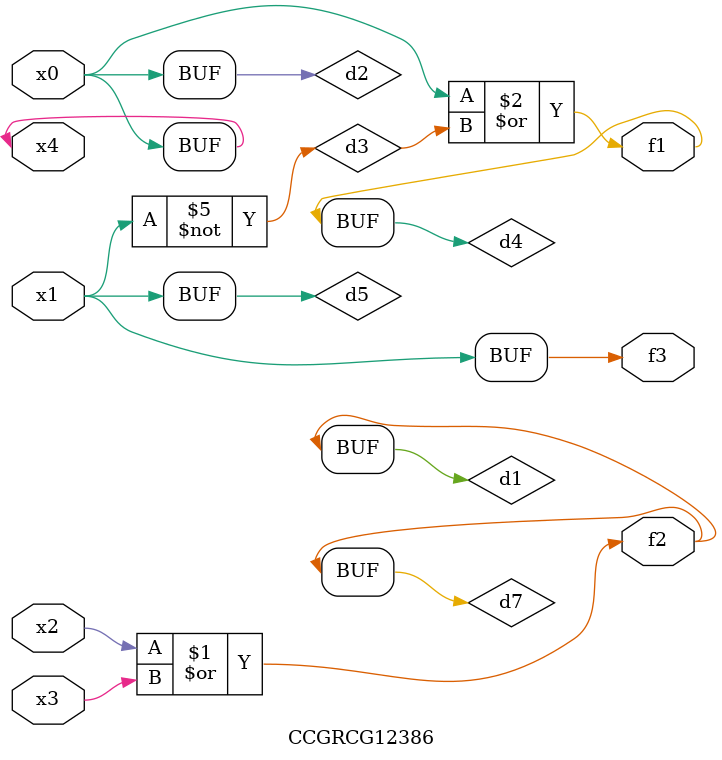
<source format=v>
module CCGRCG12386(
	input x0, x1, x2, x3, x4,
	output f1, f2, f3
);

	wire d1, d2, d3, d4, d5, d6, d7;

	or (d1, x2, x3);
	buf (d2, x0, x4);
	not (d3, x1);
	or (d4, d2, d3);
	not (d5, d3);
	nand (d6, d1, d3);
	or (d7, d1);
	assign f1 = d4;
	assign f2 = d7;
	assign f3 = d5;
endmodule

</source>
